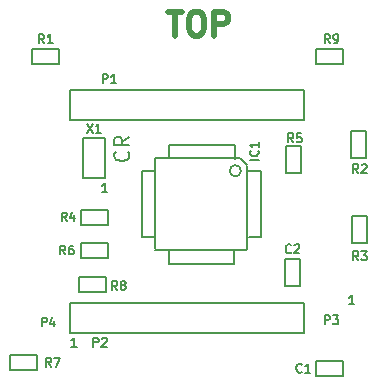
<source format=gto>
%TF.GenerationSoftware,KiCad,Pcbnew,5.1.10*%
%TF.CreationDate,2021-11-10T14:40:26-05:00*%
%TF.ProjectId,panel_8x8_32mm,70616e65-6c5f-4387-9838-5f33326d6d2e,rev?*%
%TF.SameCoordinates,Original*%
%TF.FileFunction,Legend,Top*%
%TF.FilePolarity,Positive*%
%FSLAX46Y46*%
G04 Gerber Fmt 4.6, Leading zero omitted, Abs format (unit mm)*
G04 Created by KiCad (PCBNEW 5.1.10) date 2021-11-10 14:40:26*
%MOMM*%
%LPD*%
G01*
G04 APERTURE LIST*
%ADD10C,0.149860*%
%ADD11C,0.499745*%
%ADD12C,0.500380*%
%ADD13C,0.127000*%
%ADD14C,0.152400*%
%ADD15C,0.203200*%
G04 APERTURE END LIST*
D10*
X127648365Y-95040329D02*
X127648365Y-94291029D01*
X127933812Y-94291029D01*
X128005174Y-94326710D01*
X128040855Y-94362390D01*
X128076536Y-94433752D01*
X128076536Y-94540795D01*
X128040855Y-94612157D01*
X128005174Y-94647838D01*
X127933812Y-94683519D01*
X127648365Y-94683519D01*
X128326303Y-94291029D02*
X128790155Y-94291029D01*
X128540389Y-94576476D01*
X128647431Y-94576476D01*
X128718793Y-94612157D01*
X128754474Y-94647838D01*
X128790155Y-94719200D01*
X128790155Y-94897605D01*
X128754474Y-94968967D01*
X128718793Y-95004648D01*
X128647431Y-95040329D01*
X128433346Y-95040329D01*
X128361984Y-95004648D01*
X128326303Y-94968967D01*
X103647905Y-95238449D02*
X103647905Y-94489149D01*
X103933352Y-94489149D01*
X104004714Y-94524830D01*
X104040395Y-94560510D01*
X104076076Y-94631872D01*
X104076076Y-94738915D01*
X104040395Y-94810277D01*
X104004714Y-94845958D01*
X103933352Y-94881639D01*
X103647905Y-94881639D01*
X104718333Y-94738915D02*
X104718333Y-95238449D01*
X104539929Y-94453468D02*
X104361524Y-94988682D01*
X104825376Y-94988682D01*
X106614685Y-96937709D02*
X106186514Y-96937709D01*
X106400600Y-96937709D02*
X106400600Y-96188409D01*
X106329238Y-96295451D01*
X106257876Y-96366813D01*
X106186514Y-96402494D01*
X130114765Y-93338529D02*
X129686594Y-93338529D01*
X129900680Y-93338529D02*
X129900680Y-92589229D01*
X129829318Y-92696271D01*
X129757956Y-92767633D01*
X129686594Y-92803314D01*
X109213105Y-83838929D02*
X108784934Y-83838929D01*
X108999020Y-83838929D02*
X108999020Y-83089629D01*
X108927658Y-83196671D01*
X108856296Y-83268033D01*
X108784934Y-83303714D01*
D11*
X114382308Y-68605460D02*
X115524582Y-68605460D01*
X114953445Y-70604440D02*
X114953445Y-68605460D01*
X116571667Y-68605460D02*
X116952425Y-68605460D01*
X117142804Y-68700650D01*
X117333183Y-68891029D01*
X117428372Y-69271787D01*
X117428372Y-69938113D01*
X117333183Y-70318871D01*
X117142804Y-70509250D01*
X116952425Y-70604440D01*
X116571667Y-70604440D01*
X116381288Y-70509250D01*
X116190909Y-70318871D01*
X116095719Y-69938113D01*
X116095719Y-69271787D01*
X116190909Y-68891029D01*
X116381288Y-68700650D01*
X116571667Y-68605460D01*
X118285078Y-70604440D02*
X118285078Y-68605460D01*
X119046594Y-68605460D01*
X119236973Y-68700650D01*
X119332163Y-68795839D01*
X119427352Y-68986218D01*
X119427352Y-69271787D01*
X119332163Y-69462166D01*
X119236973Y-69557355D01*
X119046594Y-69652545D01*
X118285078Y-69652545D01*
D12*
D13*
%TO.C,R9*%
X126857760Y-71765160D02*
X129143760Y-71765160D01*
X129143760Y-71765160D02*
X129143760Y-73035160D01*
X129143760Y-73035160D02*
X126857760Y-73035160D01*
X126857760Y-73035160D02*
X126857760Y-71765160D01*
%TO.C,R8*%
X106857800Y-91064080D02*
X109143800Y-91064080D01*
X109143800Y-91064080D02*
X109143800Y-92334080D01*
X109143800Y-92334080D02*
X106857800Y-92334080D01*
X106857800Y-92334080D02*
X106857800Y-91064080D01*
%TO.C,R7*%
X100957380Y-97665540D02*
X103243380Y-97665540D01*
X103243380Y-97665540D02*
X103243380Y-98935540D01*
X103243380Y-98935540D02*
X100957380Y-98935540D01*
X100957380Y-98935540D02*
X100957380Y-97665540D01*
%TO.C,R6*%
X106956860Y-88165940D02*
X109242860Y-88165940D01*
X109242860Y-88165940D02*
X109242860Y-89435940D01*
X109242860Y-89435940D02*
X106956860Y-89435940D01*
X106956860Y-89435940D02*
X106956860Y-88165940D01*
%TO.C,R5*%
X125636020Y-79956660D02*
X125636020Y-82242660D01*
X125636020Y-82242660D02*
X124366020Y-82242660D01*
X124366020Y-82242660D02*
X124366020Y-79956660D01*
X124366020Y-79956660D02*
X125636020Y-79956660D01*
%TO.C,R4*%
X106956860Y-85364320D02*
X109242860Y-85364320D01*
X109242860Y-85364320D02*
X109242860Y-86634320D01*
X109242860Y-86634320D02*
X106956860Y-86634320D01*
X106956860Y-86634320D02*
X106956860Y-85364320D01*
%TO.C,R3*%
X131234180Y-85857080D02*
X131234180Y-88143080D01*
X131234180Y-88143080D02*
X129964180Y-88143080D01*
X129964180Y-88143080D02*
X129964180Y-85857080D01*
X129964180Y-85857080D02*
X131234180Y-85857080D01*
%TO.C,R2*%
X129865120Y-80942180D02*
X129865120Y-78656180D01*
X129865120Y-78656180D02*
X131135120Y-78656180D01*
X131135120Y-78656180D02*
X131135120Y-80942180D01*
X131135120Y-80942180D02*
X129865120Y-80942180D01*
%TO.C,R1*%
X102857300Y-71765160D02*
X105143300Y-71765160D01*
X105143300Y-71765160D02*
X105143300Y-73035160D01*
X105143300Y-73035160D02*
X102857300Y-73035160D01*
X102857300Y-73035160D02*
X102857300Y-71765160D01*
D14*
%TO.C,IC1*%
X114429540Y-89928700D02*
X114429540Y-88785700D01*
X119966740Y-89928700D02*
X119966740Y-88811100D01*
X114429540Y-89928700D02*
X119966740Y-89928700D01*
X113235740Y-87693500D02*
X112143540Y-87693500D01*
X113210340Y-82080100D02*
X112143540Y-82080100D01*
X112143540Y-82054700D02*
X112118140Y-87693500D01*
X122227340Y-82105500D02*
X122252740Y-87617300D01*
X120474740Y-81013300D02*
X113286540Y-81013300D01*
X122227340Y-87642700D02*
X121185940Y-87642700D01*
X121084340Y-81648300D02*
X121084340Y-88709500D01*
X113261140Y-88760300D02*
X120982740Y-88760300D01*
X113261140Y-81013300D02*
X113261140Y-88633300D01*
X120042940Y-79870300D02*
X114404140Y-79870300D01*
X114404140Y-79870300D02*
X114404140Y-81013300D01*
X120500140Y-81023460D02*
X121084340Y-81607660D01*
X120042940Y-79875380D02*
X120042940Y-81023460D01*
X121084340Y-82105500D02*
X122232420Y-82105500D01*
X120537426Y-82059780D02*
G75*
G03*
X120537426Y-82059780I-479246J0D01*
G01*
D13*
%TO.C,C2*%
X125534420Y-89557860D02*
X125534420Y-91843860D01*
X125534420Y-91843860D02*
X124264420Y-91843860D01*
X124264420Y-91843860D02*
X124264420Y-89557860D01*
X124264420Y-89557860D02*
X125534420Y-89557860D01*
%TO.C,C1*%
X126857760Y-98165920D02*
X129143760Y-98165920D01*
X129143760Y-98165920D02*
X129143760Y-99435920D01*
X129143760Y-99435920D02*
X126857760Y-99435920D01*
X126857760Y-99435920D02*
X126857760Y-98165920D01*
D14*
%TO.C,P1*%
X125905260Y-75229720D02*
X125905260Y-77769720D01*
X106093260Y-75229720D02*
X106093260Y-77769720D01*
X106093260Y-75229720D02*
X125905260Y-75229720D01*
X125905260Y-77769720D02*
X106093260Y-77769720D01*
%TO.C,P2*%
X125905260Y-93230700D02*
X125905260Y-95770700D01*
X106093260Y-93230700D02*
X106093260Y-95770700D01*
X106093260Y-93230700D02*
X125905260Y-93230700D01*
X125905260Y-95770700D02*
X106093260Y-95770700D01*
D15*
%TO.C,X1*%
X107200700Y-82699860D02*
X107200700Y-79301340D01*
X107200700Y-79301340D02*
X108999020Y-79301340D01*
X108999020Y-79301340D02*
X108999020Y-82699860D01*
X108999020Y-82699860D02*
X107200700Y-82699860D01*
%TO.C,R9*%
D10*
X128076536Y-71237989D02*
X127826770Y-70881179D01*
X127648365Y-71237989D02*
X127648365Y-70488689D01*
X127933812Y-70488689D01*
X128005174Y-70524370D01*
X128040855Y-70560050D01*
X128076536Y-70631412D01*
X128076536Y-70738455D01*
X128040855Y-70809817D01*
X128005174Y-70845498D01*
X127933812Y-70881179D01*
X127648365Y-70881179D01*
X128433346Y-71237989D02*
X128576070Y-71237989D01*
X128647431Y-71202308D01*
X128683112Y-71166627D01*
X128754474Y-71059584D01*
X128790155Y-70916860D01*
X128790155Y-70631412D01*
X128754474Y-70560050D01*
X128718793Y-70524370D01*
X128647431Y-70488689D01*
X128504708Y-70488689D01*
X128433346Y-70524370D01*
X128397665Y-70560050D01*
X128361984Y-70631412D01*
X128361984Y-70809817D01*
X128397665Y-70881179D01*
X128433346Y-70916860D01*
X128504708Y-70952541D01*
X128647431Y-70952541D01*
X128718793Y-70916860D01*
X128754474Y-70881179D01*
X128790155Y-70809817D01*
%TO.C,R8*%
X110075556Y-92137109D02*
X109825790Y-91780299D01*
X109647385Y-92137109D02*
X109647385Y-91387809D01*
X109932832Y-91387809D01*
X110004194Y-91423490D01*
X110039875Y-91459170D01*
X110075556Y-91530532D01*
X110075556Y-91637575D01*
X110039875Y-91708937D01*
X110004194Y-91744618D01*
X109932832Y-91780299D01*
X109647385Y-91780299D01*
X110503728Y-91708937D02*
X110432366Y-91673256D01*
X110396685Y-91637575D01*
X110361004Y-91566213D01*
X110361004Y-91530532D01*
X110396685Y-91459170D01*
X110432366Y-91423490D01*
X110503728Y-91387809D01*
X110646451Y-91387809D01*
X110717813Y-91423490D01*
X110753494Y-91459170D01*
X110789175Y-91530532D01*
X110789175Y-91566213D01*
X110753494Y-91637575D01*
X110717813Y-91673256D01*
X110646451Y-91708937D01*
X110503728Y-91708937D01*
X110432366Y-91744618D01*
X110396685Y-91780299D01*
X110361004Y-91851661D01*
X110361004Y-91994385D01*
X110396685Y-92065747D01*
X110432366Y-92101428D01*
X110503728Y-92137109D01*
X110646451Y-92137109D01*
X110717813Y-92101428D01*
X110753494Y-92065747D01*
X110789175Y-91994385D01*
X110789175Y-91851661D01*
X110753494Y-91780299D01*
X110717813Y-91744618D01*
X110646451Y-91708937D01*
%TO.C,R7*%
X104474856Y-98639509D02*
X104225090Y-98282699D01*
X104046685Y-98639509D02*
X104046685Y-97890209D01*
X104332132Y-97890209D01*
X104403494Y-97925890D01*
X104439175Y-97961570D01*
X104474856Y-98032932D01*
X104474856Y-98139975D01*
X104439175Y-98211337D01*
X104403494Y-98247018D01*
X104332132Y-98282699D01*
X104046685Y-98282699D01*
X104724623Y-97890209D02*
X105224156Y-97890209D01*
X104903028Y-98639509D01*
%TO.C,R6*%
X105673736Y-89139909D02*
X105423970Y-88783099D01*
X105245565Y-89139909D02*
X105245565Y-88390609D01*
X105531012Y-88390609D01*
X105602374Y-88426290D01*
X105638055Y-88461970D01*
X105673736Y-88533332D01*
X105673736Y-88640375D01*
X105638055Y-88711737D01*
X105602374Y-88747418D01*
X105531012Y-88783099D01*
X105245565Y-88783099D01*
X106315993Y-88390609D02*
X106173270Y-88390609D01*
X106101908Y-88426290D01*
X106066227Y-88461970D01*
X105994865Y-88569013D01*
X105959184Y-88711737D01*
X105959184Y-88997185D01*
X105994865Y-89068547D01*
X106030546Y-89104228D01*
X106101908Y-89139909D01*
X106244631Y-89139909D01*
X106315993Y-89104228D01*
X106351674Y-89068547D01*
X106387355Y-88997185D01*
X106387355Y-88818780D01*
X106351674Y-88747418D01*
X106315993Y-88711737D01*
X106244631Y-88676056D01*
X106101908Y-88676056D01*
X106030546Y-88711737D01*
X105994865Y-88747418D01*
X105959184Y-88818780D01*
%TO.C,R5*%
X124975196Y-79637769D02*
X124725430Y-79280959D01*
X124547025Y-79637769D02*
X124547025Y-78888469D01*
X124832472Y-78888469D01*
X124903834Y-78924150D01*
X124939515Y-78959830D01*
X124975196Y-79031192D01*
X124975196Y-79138235D01*
X124939515Y-79209597D01*
X124903834Y-79245278D01*
X124832472Y-79280959D01*
X124547025Y-79280959D01*
X125653134Y-78888469D02*
X125296325Y-78888469D01*
X125260644Y-79245278D01*
X125296325Y-79209597D01*
X125367687Y-79173916D01*
X125546091Y-79173916D01*
X125617453Y-79209597D01*
X125653134Y-79245278D01*
X125688815Y-79316640D01*
X125688815Y-79495045D01*
X125653134Y-79566407D01*
X125617453Y-79602088D01*
X125546091Y-79637769D01*
X125367687Y-79637769D01*
X125296325Y-79602088D01*
X125260644Y-79566407D01*
%TO.C,R4*%
X105775336Y-86338289D02*
X105525570Y-85981479D01*
X105347165Y-86338289D02*
X105347165Y-85588989D01*
X105632612Y-85588989D01*
X105703974Y-85624670D01*
X105739655Y-85660350D01*
X105775336Y-85731712D01*
X105775336Y-85838755D01*
X105739655Y-85910117D01*
X105703974Y-85945798D01*
X105632612Y-85981479D01*
X105347165Y-85981479D01*
X106417593Y-85838755D02*
X106417593Y-86338289D01*
X106239189Y-85553308D02*
X106060784Y-86088522D01*
X106524636Y-86088522D01*
%TO.C,R3*%
X130474296Y-89637749D02*
X130224530Y-89280939D01*
X130046125Y-89637749D02*
X130046125Y-88888449D01*
X130331572Y-88888449D01*
X130402934Y-88924130D01*
X130438615Y-88959810D01*
X130474296Y-89031172D01*
X130474296Y-89138215D01*
X130438615Y-89209577D01*
X130402934Y-89245258D01*
X130331572Y-89280939D01*
X130046125Y-89280939D01*
X130724063Y-88888449D02*
X131187915Y-88888449D01*
X130938149Y-89173896D01*
X131045191Y-89173896D01*
X131116553Y-89209577D01*
X131152234Y-89245258D01*
X131187915Y-89316620D01*
X131187915Y-89495025D01*
X131152234Y-89566387D01*
X131116553Y-89602068D01*
X131045191Y-89637749D01*
X130831106Y-89637749D01*
X130759744Y-89602068D01*
X130724063Y-89566387D01*
%TO.C,R2*%
X130474296Y-82238729D02*
X130224530Y-81881919D01*
X130046125Y-82238729D02*
X130046125Y-81489429D01*
X130331572Y-81489429D01*
X130402934Y-81525110D01*
X130438615Y-81560790D01*
X130474296Y-81632152D01*
X130474296Y-81739195D01*
X130438615Y-81810557D01*
X130402934Y-81846238D01*
X130331572Y-81881919D01*
X130046125Y-81881919D01*
X130759744Y-81560790D02*
X130795425Y-81525110D01*
X130866787Y-81489429D01*
X131045191Y-81489429D01*
X131116553Y-81525110D01*
X131152234Y-81560790D01*
X131187915Y-81632152D01*
X131187915Y-81703514D01*
X131152234Y-81810557D01*
X130724063Y-82238729D01*
X131187915Y-82238729D01*
%TO.C,R1*%
X103875416Y-71237989D02*
X103625650Y-70881179D01*
X103447245Y-71237989D02*
X103447245Y-70488689D01*
X103732692Y-70488689D01*
X103804054Y-70524370D01*
X103839735Y-70560050D01*
X103875416Y-70631412D01*
X103875416Y-70738455D01*
X103839735Y-70809817D01*
X103804054Y-70845498D01*
X103732692Y-70881179D01*
X103447245Y-70881179D01*
X104589035Y-71237989D02*
X104160864Y-71237989D01*
X104374950Y-71237989D02*
X104374950Y-70488689D01*
X104303588Y-70595731D01*
X104232226Y-70667093D01*
X104160864Y-70702774D01*
%TO.C,IC1*%
X122037989Y-81130079D02*
X121288689Y-81130079D01*
X121966627Y-80345098D02*
X122002308Y-80380779D01*
X122037989Y-80487822D01*
X122037989Y-80559184D01*
X122002308Y-80666227D01*
X121930946Y-80737589D01*
X121859584Y-80773270D01*
X121716860Y-80808950D01*
X121609817Y-80808950D01*
X121467093Y-80773270D01*
X121395731Y-80737589D01*
X121324370Y-80666227D01*
X121288689Y-80559184D01*
X121288689Y-80487822D01*
X121324370Y-80380779D01*
X121360050Y-80345098D01*
X122037989Y-79631479D02*
X122037989Y-80059650D01*
X122037989Y-79845565D02*
X121288689Y-79845565D01*
X121395731Y-79916927D01*
X121467093Y-79988289D01*
X121502774Y-80059650D01*
%TO.C,C2*%
X124774536Y-88969487D02*
X124738855Y-89005168D01*
X124631812Y-89040849D01*
X124560450Y-89040849D01*
X124453408Y-89005168D01*
X124382046Y-88933806D01*
X124346365Y-88862444D01*
X124310684Y-88719720D01*
X124310684Y-88612677D01*
X124346365Y-88469953D01*
X124382046Y-88398591D01*
X124453408Y-88327230D01*
X124560450Y-88291549D01*
X124631812Y-88291549D01*
X124738855Y-88327230D01*
X124774536Y-88362910D01*
X125059984Y-88362910D02*
X125095665Y-88327230D01*
X125167027Y-88291549D01*
X125345431Y-88291549D01*
X125416793Y-88327230D01*
X125452474Y-88362910D01*
X125488155Y-88434272D01*
X125488155Y-88505634D01*
X125452474Y-88612677D01*
X125024303Y-89040849D01*
X125488155Y-89040849D01*
%TO.C,C1*%
X125676236Y-99068527D02*
X125640555Y-99104208D01*
X125533512Y-99139889D01*
X125462150Y-99139889D01*
X125355108Y-99104208D01*
X125283746Y-99032846D01*
X125248065Y-98961484D01*
X125212384Y-98818760D01*
X125212384Y-98711717D01*
X125248065Y-98568993D01*
X125283746Y-98497631D01*
X125355108Y-98426270D01*
X125462150Y-98390589D01*
X125533512Y-98390589D01*
X125640555Y-98426270D01*
X125676236Y-98461950D01*
X126389855Y-99139889D02*
X125961684Y-99139889D01*
X126175770Y-99139889D02*
X126175770Y-98390589D01*
X126104408Y-98497631D01*
X126033046Y-98568993D01*
X125961684Y-98604674D01*
%TO.C,P1*%
X108816805Y-74618729D02*
X108816805Y-73869429D01*
X109102252Y-73869429D01*
X109173614Y-73905110D01*
X109209295Y-73940790D01*
X109244976Y-74012152D01*
X109244976Y-74119195D01*
X109209295Y-74190557D01*
X109173614Y-74226238D01*
X109102252Y-74261919D01*
X108816805Y-74261919D01*
X109958595Y-74618729D02*
X109530424Y-74618729D01*
X109744510Y-74618729D02*
X109744510Y-73869429D01*
X109673148Y-73976471D01*
X109601786Y-74047833D01*
X109530424Y-74083514D01*
%TO.C,P2*%
X108047185Y-96937709D02*
X108047185Y-96188409D01*
X108332632Y-96188409D01*
X108403994Y-96224090D01*
X108439675Y-96259770D01*
X108475356Y-96331132D01*
X108475356Y-96438175D01*
X108439675Y-96509537D01*
X108403994Y-96545218D01*
X108332632Y-96580899D01*
X108047185Y-96580899D01*
X108760804Y-96259770D02*
X108796485Y-96224090D01*
X108867847Y-96188409D01*
X109046251Y-96188409D01*
X109117613Y-96224090D01*
X109153294Y-96259770D01*
X109188975Y-96331132D01*
X109188975Y-96402494D01*
X109153294Y-96509537D01*
X108725123Y-96937709D01*
X109188975Y-96937709D01*
%TO.C,X1*%
X107493283Y-78090909D02*
X107992817Y-78840209D01*
X107992817Y-78090909D02*
X107493283Y-78840209D01*
X108670755Y-78840209D02*
X108242583Y-78840209D01*
X108456669Y-78840209D02*
X108456669Y-78090909D01*
X108385307Y-78197951D01*
X108313945Y-78269313D01*
X108242583Y-78304994D01*
D15*
X110953731Y-80442404D02*
X111014207Y-80502880D01*
X111074683Y-80684309D01*
X111074683Y-80805261D01*
X111014207Y-80986690D01*
X110893255Y-81107642D01*
X110772302Y-81168119D01*
X110530398Y-81228595D01*
X110348969Y-81228595D01*
X110107064Y-81168119D01*
X109986112Y-81107642D01*
X109865160Y-80986690D01*
X109804683Y-80805261D01*
X109804683Y-80684309D01*
X109865160Y-80502880D01*
X109925636Y-80442404D01*
X111074683Y-79172404D02*
X110469921Y-79595738D01*
X111074683Y-79898119D02*
X109804683Y-79898119D01*
X109804683Y-79414309D01*
X109865160Y-79293357D01*
X109925636Y-79232880D01*
X110046588Y-79172404D01*
X110228017Y-79172404D01*
X110348969Y-79232880D01*
X110409445Y-79293357D01*
X110469921Y-79414309D01*
X110469921Y-79898119D01*
%TD*%
M02*

</source>
